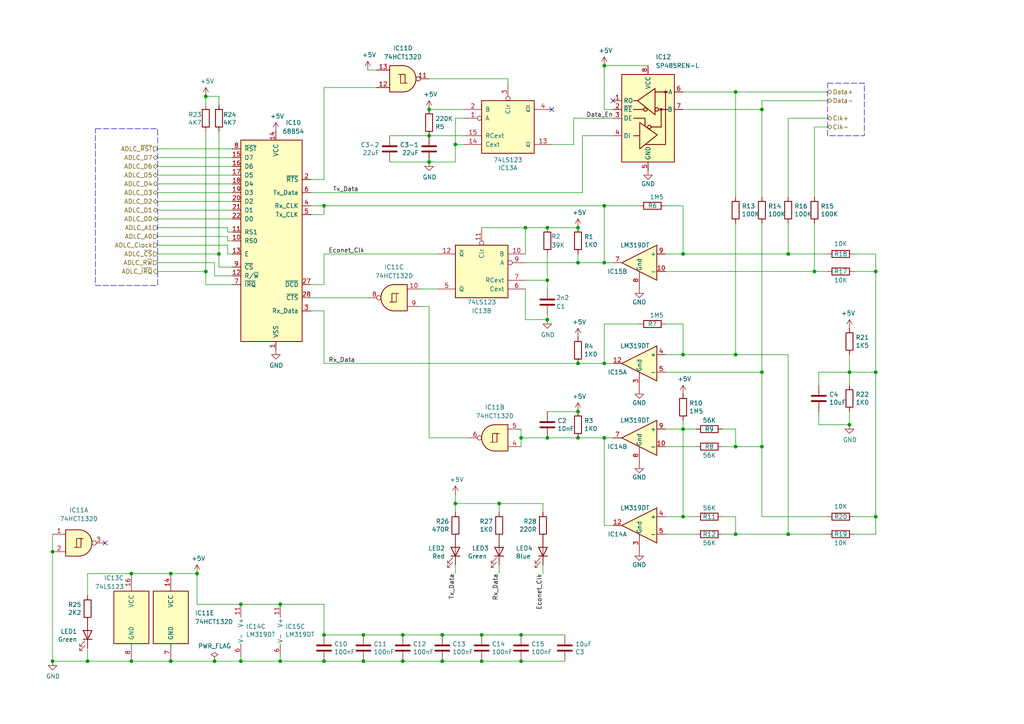
<source format=kicad_sch>
(kicad_sch (version 20250114) (generator "eeschema") (generator_version "9.0")
  (paper "A4")
  (title_block (title "Integrated Econet Adaptor for Model B - Issue 4 & 7") (date "2025-03-21") (rev "01") (company "Ken Lowe") (comment 1 "Rev 01: First revision"))
  (lib_symbols
    (symbol "74xx:74LS132" (pin_names (offset 1.016))
      (property "Reference" "U" (at 0 1.27 0))
      (property "Value" "74LS132" (at 0 -1.27 0))
      (symbol "74LS132_1_1"
        (pin input line (at -7.62 2.54 0) (length 3.81) (name "~") (number "1"))
        (pin input line (at -7.62 -2.54 0) (length 3.81) (name "~") (number "2"))
        (pin output inverted (at 7.62 0 180) (length 3.81) (name "~") (number "3"))
      )
      (symbol "74LS132_1_2"
        (pin input inverted (at -7.62 2.54 0) (length 4.318) (name "~") (number "1"))
        (pin input inverted (at -7.62 -2.54 0) (length 4.318) (name "~") (number "2"))
        (pin output line (at 7.62 0 180) (length 3.81) (name "~") (number "3"))
      )
      (symbol "74LS132_2_1"
        (pin input line (at -7.62 2.54 0) (length 3.81) (name "~") (number "4"))
        (pin input line (at -7.62 -2.54 0) (length 3.81) (name "~") (number "5"))
        (pin output inverted (at 7.62 0 180) (length 3.81) (name "~") (number "6"))
      )
      (symbol "74LS132_2_2"
        (pin input inverted (at -7.62 2.54 0) (length 4.318) (name "~") (number "4"))
        (pin input inverted (at -7.62 -2.54 0) (length 4.318) (name "~") (number "5"))
        (pin output line (at 7.62 0 180) (length 3.81) (name "~") (number "6"))
      )
      (symbol "74LS132_3_1"
        (pin input line (at -7.62 2.54 0) (length 3.81) (name "~") (number "9"))
        (pin input line (at -7.62 -2.54 0) (length 3.81) (name "~") (number "10"))
        (pin output inverted (at 7.62 0 180) (length 3.81) (name "~") (number "8"))
      )
      (symbol "74LS132_3_2"
        (pin input inverted (at -7.62 2.54 0) (length 4.318) (name "~") (number "9"))
        (pin input inverted (at -7.62 -2.54 0) (length 4.318) (name "~") (number "10"))
        (pin output line (at 7.62 0 180) (length 3.81) (name "~") (number "8"))
      )
      (symbol "74LS132_4_1"
        (pin input line (at -7.62 2.54 0) (length 3.81) (name "~") (number "12"))
        (pin input line (at -7.62 -2.54 0) (length 3.81) (name "~") (number "13"))
        (pin output inverted (at 7.62 0 180) (length 3.81) (name "~") (number "11"))
      )
      (symbol "74LS132_4_2"
        (pin input inverted (at -7.62 2.54 0) (length 4.318) (name "~") (number "12"))
        (pin input inverted (at -7.62 -2.54 0) (length 4.318) (name "~") (number "13"))
        (pin output line (at 7.62 0 180) (length 3.81) (name "~") (number "11"))
      )
      (symbol "74LS132_5_0"
        (pin power_in line (at 0 12.7 270) (length 5.08) (name "VCC") (number "14"))
        (pin power_in line (at 0 -12.7 90) (length 5.08) (name "GND") (number "7"))
      )
    )
    (symbol "Device:C" (pin_numbers (hide yes)) (pin_names (offset 0.254))
      (property "Reference" "C" (at 0.635 2.54 0))
      (property "Value" "C" (at 0.635 -2.54 0))
      (symbol "C_1_1"
        (pin passive line (at 0 3.81 270) (length 2.794) (name "~") (number "1"))
        (pin passive line (at 0 -3.81 90) (length 2.794) (name "~") (number "2"))
      )
    )
    (symbol "Device:LED" (pin_numbers (hide yes)) (pin_names (offset 1.016) (hide yes))
      (property "Reference" "D" (at 0 2.54 0))
      (property "Value" "LED" (at 0 -2.54 0))
      (symbol "LED_1_1"
        (pin passive line (at -3.81 0 0) (length 2.54) (name "K") (number "1"))
        (pin passive line (at 3.81 0 180) (length 2.54) (name "A") (number "2"))
      )
    )
    (symbol "Device:R" (pin_numbers (hide yes)) (pin_names (offset 0))
      (property "Reference" "R" (at 2.032 0 90))
      (property "Value" "R" (at 0 0 90))
      (symbol "R_1_1"
        (pin passive line (at 0 3.81 270) (length 1.27) (name "~") (number "1"))
        (pin passive line (at 0 -3.81 90) (length 1.27) (name "~") (number "2"))
      )
    )
    (symbol "EconetModule:74LS123" (pin_names (offset 1.016))
      (property "Reference" "U" (at -7.62 8.89 0))
      (property "Value" "74LS123" (at -7.62 -8.89 0))
      (symbol "74LS123_1_0"
        (pin input line (at -12.7 5.08 0) (length 5.08) (name "Cext") (number "14"))
        (pin input line (at -12.7 2.54 0) (length 5.08) (name "RCext") (number "15"))
        (pin input inverted (at -12.7 -2.54 0) (length 5.08) (name "A") (number "1"))
        (pin input line (at -12.7 -5.08 0) (length 5.08) (name "B") (number "2"))
        (pin input inverted (at 0 -12.7 90) (length 5.08) (name "Clr") (number "3"))
        (pin output line (at 12.7 5.08 180) (length 5.08) (name "Q") (number "13"))
        (pin output line (at 12.7 -5.08 180) (length 5.08) (name "~{Q}") (number "4"))
      )
      (symbol "74LS123_2_0"
        (pin input line (at -12.7 5.08 0) (length 5.08) (name "Cext") (number "6"))
        (pin input line (at -12.7 2.54 0) (length 5.08) (name "RCext") (number "7"))
        (pin input inverted (at -12.7 -2.54 0) (length 5.08) (name "A") (number "9"))
        (pin input line (at -12.7 -5.08 0) (length 5.08) (name "B") (number "10"))
        (pin input inverted (at 0 -12.7 90) (length 5.08) (name "Clr") (number "11"))
        (pin output line (at 12.7 5.08 180) (length 5.08) (name "Q") (number "5"))
        (pin output line (at 12.7 -5.08 180) (length 5.08) (name "~{Q}") (number "12"))
      )
      (symbol "74LS123_3_0"
        (pin power_in line (at 0 12.7 270) (length 5.08) (name "VCC") (number "16"))
        (pin power_in line (at 0 -12.7 90) (length 5.08) (name "GND") (number "8"))
      )
    )
    (symbol "EconetModule:LM319" (pin_names (offset 0.127))
      (property "Reference" "U" (at 0 6.35 0))
      (property "Value" "LM319" (at 0 3.81 0))
      (symbol "LM319_1_1"
        (pin input line (at -7.62 2.54 0) (length 2.54) (name "+") (number "4"))
        (pin input line (at -7.62 -2.54 0) (length 2.54) (name "-") (number "5"))
        (pin no_connect line (at 0 2.54 270) (length 2.54) (hide yes) (name "NC") (number "2"))
        (pin no_connect line (at 0 -2.54 90) (length 2.54) (hide yes) (name "NC") (number "1"))
        (pin passive line (at 0 -7.62 90) (length 5.08) (name "Gnd") (number "3"))
        (pin open_collector line (at 7.62 0 180) (length 2.54) (name "~") (number "12"))
      )
      (symbol "LM319_2_1"
        (pin input line (at -7.62 2.54 0) (length 2.54) (name "+") (number "9"))
        (pin input line (at -7.62 -2.54 0) (length 2.54) (name "-") (number "10"))
        (pin no_connect line (at 0 2.54 270) (length 2.54) (hide yes) (name "NC") (number "14"))
        (pin no_connect line (at 0 -2.54 90) (length 2.54) (hide yes) (name "NC") (number "13"))
        (pin passive line (at 0 -7.62 90) (length 5.08) (name "Gnd") (number "8"))
        (pin open_collector line (at 7.62 0 180) (length 2.54) (name "~") (number "7"))
      )
      (symbol "LM319_3_1"
        (pin power_in line (at -2.54 7.62 270) (length 3.81) (name "V+") (number "11"))
        (pin power_in line (at -2.54 -7.62 90) (length 3.81) (name "V-") (number "6"))
      )
    )
    (symbol "EconetModule:MC6854" (pin_names (offset 1.016))
      (property "Reference" "U" (at -7.366 31.75 0))
      (property "Value" "MC6854" (at 10.414 31.75 0))
      (symbol "MC6854_1_1"
        (pin input line (at -12.7 27.94 0) (length 2.54) (name "~{RST}") (number "8"))
        (pin bidirectional line (at -12.7 25.4 0) (length 2.54) (name "D7") (number "15"))
        (pin bidirectional line (at -12.7 22.86 0) (length 2.54) (name "D6") (number "16"))
        (pin bidirectional line (at -12.7 20.32 0) (length 2.54) (name "D5") (number "17"))
        (pin bidirectional line (at -12.7 17.78 0) (length 2.54) (name "D4") (number "18"))
        (pin bidirectional line (at -12.7 15.24 0) (length 2.54) (name "D3") (number "19"))
        (pin bidirectional line (at -12.7 12.7 0) (length 2.54) (name "D2") (number "20"))
        (pin bidirectional line (at -12.7 10.16 0) (length 2.54) (name "D1") (number "21"))
        (pin bidirectional line (at -12.7 7.62 0) (length 2.54) (name "D0") (number "22"))
        (pin input line (at -12.7 3.81 0) (length 2.54) (name "RS1") (number "11"))
        (pin input line (at -12.7 1.27 0) (length 2.54) (name "RS0") (number "10"))
        (pin input line (at -12.7 -2.54 0) (length 2.54) (name "E") (number "13"))
        (pin input line (at -12.7 -6.35 0) (length 2.54) (name "~{CS}") (number "9"))
        (pin input line (at -12.7 -8.89 0) (length 2.54) (name "R/~{W}") (number "12"))
        (pin output line (at -12.7 -11.43 0) (length 2.54) (name "~{IRQ}") (number "7"))
        (pin no_connect line (at -12.7 -15.24 0) (length 2.54) (hide yes) (name "N/C") (number "23"))
        (pin no_connect line (at -12.7 -17.78 0) (length 2.54) (hide yes) (name "N/C") (number "24"))
        (pin no_connect line (at -12.7 -20.32 0) (length 2.54) (hide yes) (name "N/C") (number "25"))
        (pin no_connect line (at -12.7 -22.86 0) (length 2.54) (hide yes) (name "N/C") (number "26"))
        (pin power_in line (at 0 33.02 270) (length 2.54) (name "VCC") (number "14"))
        (pin power_in line (at 0 -30.48 90) (length 2.54) (name "VSS") (number "1"))
        (pin output line (at 10.16 19.05 180) (length 2.54) (name "~{RTS}") (number "2"))
        (pin output line (at 10.16 15.24 180) (length 2.54) (name "Tx_Data") (number "6"))
        (pin input line (at 10.16 11.43 180) (length 2.54) (name "Rx_CLK") (number "4"))
        (pin input line (at 10.16 8.89 180) (length 2.54) (name "Tx_CLK") (number "5"))
        (pin input line (at 10.16 -11.43 180) (length 2.54) (name "~{DCD}") (number "27"))
        (pin input line (at 10.16 -15.24 180) (length 2.54) (name "~{CTS}") (number "28"))
        (pin input line (at 10.16 -19.05 180) (length 2.54) (name "Rx_Data") (number "3"))
      )
    )
    (symbol "Interface_UART:LTC2850xS8"
      (property "Reference" "U" (at -6.985 13.97 0))
      (property "Value" "LTC2850xS8" (at 7.62 13.97 0))
      (symbol "LTC2850xS8_1_1"
        (pin output line (at -10.16 5.08 0) (length 2.54) (name "RO") (number "1"))
        (pin input line (at -10.16 2.54 0) (length 2.54) (name "~{RE}") (number "2"))
        (pin input line (at -10.16 0 0) (length 2.54) (name "DE") (number "3"))
        (pin input line (at -10.16 -5.08 0) (length 2.54) (name "DI") (number "4"))
        (pin power_in line (at 0 15.24 270) (length 2.54) (name "VCC") (number "8"))
        (pin power_in line (at 0 -15.24 90) (length 2.54) (name "GND") (number "5"))
        (pin bidirectional line (at 10.16 7.62 180) (length 2.54) (name "A") (number "6"))
        (pin bidirectional line (at 10.16 2.54 180) (length 2.54) (name "B") (number "7"))
      )
    )
    (symbol "power:+5V" (power) (pin_numbers (hide yes)) (pin_names (offset 0) (hide yes))
      (property "Value" "+5V" (at 0 3.556 0))
      (symbol "+5V_1_1"
        (pin power_in line (at 0 0 90) (length 0) (name "~") (number "1"))
      )
    )
    (symbol "power:GND" (power) (pin_numbers (hide yes)) (pin_names (offset 0) (hide yes))
      (property "Value" "GND" (at 0 -3.81 0))
      (symbol "GND_1_1"
        (pin power_in line (at 0 0 270) (length 0) (name "~") (number "1"))
      )
    )
    (symbol "power:PWR_FLAG" (power) (pin_numbers (hide yes)) (pin_names (offset 0) (hide yes))
      (property "Value" "PWR_FLAG" (at 0 3.81 0))
      (symbol "PWR_FLAG_0_0"
        (pin power_out line (at 0 0 90) (length 0) (name "~") (number "1"))
      )
    )
  )
  (rectangle (start 240.03 24.13) (end 250.698 39.37) (stroke (width 0) (type dash)))
  (rectangle (start 27.686 37.338) (end 45.72 82.804) (stroke (width 0) (type dash)))
  (junction (at 198.12 73.66))
  (junction (at 175.26 76.2))
  (junction (at 15.24 191.77))
  (junction (at 158.75 92.71))
  (junction (at 93.98 59.69))
  (junction (at 81.28 175.26))
  (junction (at 105.41 191.77))
  (junction (at 69.85 191.77))
  (junction (at 158.75 66.04))
  (junction (at 59.69 78.74))
  (junction (at 25.4 191.77))
  (junction (at 152.4 66.04))
  (junction (at 213.36 26.67))
  (junction (at 132.08 146.05))
  (junction (at 49.53 191.77))
  (junction (at 49.53 166.37))
  (junction (at 167.64 119.38))
  (junction (at 93.98 184.15))
  (junction (at 236.22 78.74))
  (junction (at 213.36 102.87))
  (junction (at 69.85 175.26))
  (junction (at 228.6 73.66))
  (junction (at 124.46 46.99))
  (junction (at 139.7 184.15))
  (junction (at 81.28 191.77))
  (junction (at 246.38 123.19))
  (junction (at 220.98 129.54))
  (junction (at 213.36 129.54))
  (junction (at 220.98 107.95))
  (junction (at 158.75 81.28))
  (junction (at 63.5 73.66))
  (junction (at 254 107.95))
  (junction (at 128.27 184.15))
  (junction (at 254 78.74))
  (junction (at 57.15 166.37))
  (junction (at 132.08 41.91))
  (junction (at 151.13 127))
  (junction (at 220.98 31.75))
  (junction (at 62.23 191.77))
  (junction (at 139.7 191.77))
  (junction (at 158.75 127))
  (junction (at 124.46 39.37))
  (junction (at 175.26 105.41))
  (junction (at 246.38 107.95))
  (junction (at 38.1 191.77))
  (junction (at 175.26 59.69))
  (junction (at 167.64 105.41))
  (junction (at 175.26 19.05))
  (junction (at 167.64 76.2))
  (junction (at 167.64 66.04))
  (junction (at 198.12 102.87))
  (junction (at 144.78 146.05))
  (junction (at 38.1 166.37))
  (junction (at 254 149.86))
  (junction (at 105.41 184.15))
  (junction (at 167.64 127))
  (junction (at 151.13 191.77))
  (junction (at 15.24 160.02))
  (junction (at 198.12 149.86))
  (junction (at 198.12 124.46))
  (junction (at 213.36 154.94))
  (junction (at 124.46 31.75))
  (junction (at 116.84 191.77))
  (junction (at 228.6 154.94))
  (junction (at 175.26 127))
  (junction (at 59.69 27.94))
  (junction (at 128.27 191.77))
  (junction (at 116.84 184.15))
  (junction (at 151.13 184.15))
  (junction (at 93.98 191.77))
  (no_connect (at 160.02 31.75))
  (no_connect (at 30.48 157.48))
  (no_connect (at 177.8 29.21))
  (wire (pts (xy 121.92 83.82) (xy 127 83.82)))
  (wire (pts (xy 132.08 46.99) (xy 132.08 41.91)))
  (wire (pts (xy 90.17 55.88) (xy 168.91 55.88)))
  (wire (pts (xy 175.26 127) (xy 175.26 152.4)))
  (wire (pts (xy 45.72 45.72) (xy 67.31 45.72)))
  (wire (pts (xy 144.78 148.59) (xy 144.78 146.05)))
  (wire (pts (xy 81.28 175.26) (xy 93.98 175.26)))
  (wire (pts (xy 59.69 30.48) (xy 59.69 27.94)))
  (wire (pts (xy 152.4 81.28) (xy 158.75 81.28)))
  (wire (pts (xy 254 149.86) (xy 254 154.94)))
  (wire (pts (xy 116.84 191.77) (xy 128.27 191.77)))
  (wire (pts (xy 152.4 66.04) (xy 139.7 66.04)))
  (wire (pts (xy 93.98 62.23) (xy 90.17 62.23)))
  (wire (pts (xy 185.42 59.69) (xy 175.26 59.69)))
  (wire (pts (xy 121.92 88.9) (xy 124.46 88.9)))
  (wire (pts (xy 158.75 92.71) (xy 158.75 91.44)))
  (wire (pts (xy 157.48 148.59) (xy 157.48 146.05)))
  (wire (pts (xy 175.26 93.98) (xy 175.26 105.41)))
  (wire (pts (xy 167.64 105.41) (xy 175.26 105.41)))
  (wire (pts (xy 236.22 36.83) (xy 240.03 36.83)))
  (wire (pts (xy 213.36 154.94) (xy 228.6 154.94)))
  (wire (pts (xy 45.72 78.74) (xy 59.69 78.74)))
  (wire (pts (xy 59.69 38.1) (xy 59.69 78.74)))
  (wire (pts (xy 139.7 184.15) (xy 151.13 184.15)))
  (wire (pts (xy 135.89 127) (xy 124.46 127)))
  (wire (pts (xy 254 107.95) (xy 246.38 107.95)))
  (wire (pts (xy 147.32 22.86) (xy 147.32 24.13)))
  (wire (pts (xy 113.03 46.99) (xy 124.46 46.99)))
  (wire (pts (xy 57.15 175.26) (xy 69.85 175.26)))
  (wire (pts (xy 175.26 105.41) (xy 177.8 105.41)))
  (wire (pts (xy 57.15 166.37) (xy 57.15 175.26)))
  (wire (pts (xy 38.1 191.77) (xy 49.53 191.77)))
  (wire (pts (xy 25.4 166.37) (xy 25.4 172.72)))
  (wire (pts (xy 228.6 102.87) (xy 228.6 154.94)))
  (wire (pts (xy 63.5 27.94) (xy 59.69 27.94)))
  (wire (pts (xy 193.04 59.69) (xy 198.12 59.69)))
  (wire (pts (xy 45.72 43.18) (xy 67.31 43.18)))
  (wire (pts (xy 158.75 81.28) (xy 158.75 73.66)))
  (wire (pts (xy 38.1 166.37) (xy 25.4 166.37)))
  (wire (pts (xy 113.03 39.37) (xy 124.46 39.37)))
  (wire (pts (xy 128.27 191.77) (xy 139.7 191.77)))
  (wire (pts (xy 63.5 77.47) (xy 67.31 77.47)))
  (wire (pts (xy 132.08 163.83) (xy 132.08 166.37)))
  (wire (pts (xy 132.08 148.59) (xy 132.08 146.05)))
  (wire (pts (xy 177.8 34.29) (xy 166.37 34.29)))
  (wire (pts (xy 157.48 163.83) (xy 157.48 166.37)))
  (wire (pts (xy 237.49 119.38) (xy 237.49 123.19)))
  (wire (pts (xy 158.75 66.04) (xy 167.64 66.04)))
  (wire (pts (xy 93.98 105.41) (xy 167.64 105.41)))
  (wire (pts (xy 167.64 127) (xy 175.26 127)))
  (wire (pts (xy 193.04 124.46) (xy 198.12 124.46)))
  (wire (pts (xy 93.98 59.69) (xy 93.98 62.23)))
  (wire (pts (xy 81.28 191.77) (xy 93.98 191.77)))
  (wire (pts (xy 175.26 31.75) (xy 177.8 31.75)))
  (wire (pts (xy 213.36 149.86) (xy 213.36 154.94)))
  (wire (pts (xy 220.98 149.86) (xy 240.03 149.86)))
  (wire (pts (xy 198.12 93.98) (xy 198.12 102.87)))
  (wire (pts (xy 193.04 154.94) (xy 201.93 154.94)))
  (wire (pts (xy 144.78 146.05) (xy 157.48 146.05)))
  (wire (pts (xy 175.26 127) (xy 177.8 127)))
  (wire (pts (xy 254 73.66) (xy 254 78.74)))
  (wire (pts (xy 134.62 31.75) (xy 124.46 31.75)))
  (wire (pts (xy 45.72 58.42) (xy 67.31 58.42)))
  (wire (pts (xy 66.04 71.12) (xy 66.04 73.66)))
  (wire (pts (xy 45.72 71.12) (xy 66.04 71.12)))
  (wire (pts (xy 124.46 88.9) (xy 124.46 127)))
  (wire (pts (xy 158.75 127) (xy 167.64 127)))
  (wire (pts (xy 38.1 166.37) (xy 49.53 166.37)))
  (wire (pts (xy 139.7 191.77) (xy 151.13 191.77)))
  (wire (pts (xy 93.98 73.66) (xy 93.98 82.55)))
  (wire (pts (xy 90.17 82.55) (xy 93.98 82.55)))
  (wire (pts (xy 128.27 184.15) (xy 139.7 184.15)))
  (wire (pts (xy 132.08 146.05) (xy 132.08 143.51)))
  (wire (pts (xy 209.55 154.94) (xy 213.36 154.94)))
  (wire (pts (xy 81.28 190.5) (xy 81.28 191.77)))
  (wire (pts (xy 116.84 184.15) (xy 128.27 184.15)))
  (wire (pts (xy 93.98 191.77) (xy 105.41 191.77)))
  (wire (pts (xy 213.36 26.67) (xy 213.36 57.15)))
  (wire (pts (xy 144.78 163.83) (xy 144.78 166.37)))
  (wire (pts (xy 62.23 191.77) (xy 69.85 191.77)))
  (wire (pts (xy 167.64 73.66) (xy 167.64 76.2)))
  (wire (pts (xy 193.04 102.87) (xy 198.12 102.87)))
  (wire (pts (xy 198.12 31.75) (xy 220.98 31.75)))
  (wire (pts (xy 106.68 20.32) (xy 109.22 20.32)))
  (wire (pts (xy 45.72 53.34) (xy 67.31 53.34)))
  (wire (pts (xy 246.38 111.76) (xy 246.38 107.95)))
  (wire (pts (xy 151.13 127) (xy 158.75 127)))
  (wire (pts (xy 152.4 92.71) (xy 158.75 92.71)))
  (wire (pts (xy 132.08 34.29) (xy 134.62 34.29)))
  (wire (pts (xy 213.36 102.87) (xy 228.6 102.87)))
  (wire (pts (xy 124.46 39.37) (xy 134.62 39.37)))
  (wire (pts (xy 167.64 76.2) (xy 175.26 76.2)))
  (wire (pts (xy 228.6 73.66) (xy 240.03 73.66)))
  (wire (pts (xy 209.55 124.46) (xy 213.36 124.46)))
  (wire (pts (xy 209.55 149.86) (xy 213.36 149.86)))
  (wire (pts (xy 63.5 30.48) (xy 63.5 27.94)))
  (wire (pts (xy 132.08 41.91) (xy 134.62 41.91)))
  (wire (pts (xy 158.75 119.38) (xy 167.64 119.38)))
  (wire (pts (xy 124.46 22.86) (xy 147.32 22.86)))
  (wire (pts (xy 228.6 34.29) (xy 228.6 57.15)))
  (wire (pts (xy 168.91 39.37) (xy 168.91 55.88)))
  (wire (pts (xy 15.24 154.94) (xy 15.24 160.02)))
  (wire (pts (xy 198.12 149.86) (xy 201.93 149.86)))
  (wire (pts (xy 220.98 29.21) (xy 240.03 29.21)))
  (wire (pts (xy 90.17 52.07) (xy 93.98 52.07)))
  (wire (pts (xy 63.5 38.1) (xy 63.5 73.66)))
  (wire (pts (xy 45.72 66.04) (xy 66.04 66.04)))
  (wire (pts (xy 105.41 191.77) (xy 116.84 191.77)))
  (wire (pts (xy 93.98 59.69) (xy 175.26 59.69)))
  (wire (pts (xy 69.85 191.77) (xy 69.85 190.5)))
  (wire (pts (xy 209.55 129.54) (xy 213.36 129.54)))
  (wire (pts (xy 25.4 191.77) (xy 15.24 191.77)))
  (wire (pts (xy 151.13 191.77) (xy 163.83 191.77)))
  (wire (pts (xy 105.41 184.15) (xy 116.84 184.15)))
  (wire (pts (xy 220.98 64.77) (xy 220.98 107.95)))
  (wire (pts (xy 66.04 66.04) (xy 66.04 67.31)))
  (wire (pts (xy 49.53 191.77) (xy 62.23 191.77)))
  (wire (pts (xy 213.36 124.46) (xy 213.36 129.54)))
  (wire (pts (xy 220.98 129.54) (xy 220.98 149.86)))
  (wire (pts (xy 90.17 86.36) (xy 106.68 86.36)))
  (wire (pts (xy 220.98 29.21) (xy 220.98 31.75)))
  (wire (pts (xy 175.26 59.69) (xy 175.26 76.2)))
  (wire (pts (xy 152.4 76.2) (xy 167.64 76.2)))
  (wire (pts (xy 66.04 68.58) (xy 66.04 69.85)))
  (wire (pts (xy 151.13 127) (xy 151.13 129.54)))
  (wire (pts (xy 93.98 184.15) (xy 105.41 184.15)))
  (wire (pts (xy 247.65 154.94) (xy 254 154.94)))
  (wire (pts (xy 247.65 78.74) (xy 254 78.74)))
  (wire (pts (xy 220.98 107.95) (xy 220.98 129.54)))
  (wire (pts (xy 236.22 78.74) (xy 240.03 78.74)))
  (wire (pts (xy 198.12 102.87) (xy 213.36 102.87)))
  (wire (pts (xy 45.72 48.26) (xy 67.31 48.26)))
  (wire (pts (xy 254 78.74) (xy 254 107.95)))
  (wire (pts (xy 246.38 102.87) (xy 246.38 107.95)))
  (wire (pts (xy 254 73.66) (xy 247.65 73.66)))
  (wire (pts (xy 62.23 80.01) (xy 67.31 80.01)))
  (wire (pts (xy 198.12 121.92) (xy 198.12 124.46)))
  (wire (pts (xy 38.1 191.77) (xy 25.4 191.77)))
  (wire (pts (xy 25.4 191.77) (xy 25.4 187.96)))
  (wire (pts (xy 151.13 184.15) (xy 163.83 184.15)))
  (wire (pts (xy 93.98 90.17) (xy 93.98 105.41)))
  (wire (pts (xy 152.4 73.66) (xy 152.4 66.04)))
  (wire (pts (xy 198.12 73.66) (xy 228.6 73.66)))
  (wire (pts (xy 151.13 124.46) (xy 151.13 127)))
  (wire (pts (xy 45.72 73.66) (xy 63.5 73.66)))
  (wire (pts (xy 132.08 146.05) (xy 144.78 146.05)))
  (wire (pts (xy 247.65 149.86) (xy 254 149.86)))
  (wire (pts (xy 66.04 67.31) (xy 67.31 67.31)))
  (wire (pts (xy 45.72 76.2) (xy 62.23 76.2)))
  (wire (pts (xy 175.26 93.98) (xy 185.42 93.98)))
  (wire (pts (xy 93.98 175.26) (xy 93.98 184.15)))
  (wire (pts (xy 246.38 123.19) (xy 246.38 119.38)))
  (wire (pts (xy 45.72 60.96) (xy 67.31 60.96)))
  (wire (pts (xy 213.36 64.77) (xy 213.36 102.87)))
  (wire (pts (xy 168.91 39.37) (xy 177.8 39.37)))
  (wire (pts (xy 45.72 55.88) (xy 67.31 55.88)))
  (wire (pts (xy 49.53 166.37) (xy 57.15 166.37)))
  (wire (pts (xy 45.72 50.8) (xy 67.31 50.8)))
  (wire (pts (xy 166.37 34.29) (xy 166.37 41.91)))
  (wire (pts (xy 193.04 73.66) (xy 198.12 73.66)))
  (wire (pts (xy 45.72 68.58) (xy 66.04 68.58)))
  (wire (pts (xy 213.36 26.67) (xy 240.03 26.67)))
  (wire (pts (xy 193.04 78.74) (xy 236.22 78.74)))
  (wire (pts (xy 228.6 154.94) (xy 240.03 154.94)))
  (wire (pts (xy 127 73.66) (xy 93.98 73.66)))
  (wire (pts (xy 193.04 93.98) (xy 198.12 93.98)))
  (wire (pts (xy 236.22 64.77) (xy 236.22 78.74)))
  (wire (pts (xy 213.36 129.54) (xy 220.98 129.54)))
  (wire (pts (xy 237.49 123.19) (xy 246.38 123.19)))
  (wire (pts (xy 15.24 160.02) (xy 15.24 191.77)))
  (wire (pts (xy 175.26 19.05) (xy 187.96 19.05)))
  (wire (pts (xy 90.17 90.17) (xy 93.98 90.17)))
  (wire (pts (xy 193.04 149.86) (xy 198.12 149.86)))
  (wire (pts (xy 198.12 124.46) (xy 201.93 124.46)))
  (wire (pts (xy 66.04 69.85) (xy 67.31 69.85)))
  (wire (pts (xy 254 107.95) (xy 254 149.86)))
  (wire (pts (xy 175.26 19.05) (xy 175.26 31.75)))
  (wire (pts (xy 152.4 83.82) (xy 152.4 92.71)))
  (wire (pts (xy 90.17 59.69) (xy 93.98 59.69)))
  (wire (pts (xy 66.04 73.66) (xy 67.31 73.66)))
  (wire (pts (xy 109.22 25.4) (xy 93.98 25.4)))
  (wire (pts (xy 236.22 36.83) (xy 236.22 57.15)))
  (wire (pts (xy 193.04 107.95) (xy 220.98 107.95)))
  (wire (pts (xy 124.46 46.99) (xy 132.08 46.99)))
  (wire (pts (xy 198.12 59.69) (xy 198.12 73.66)))
  (wire (pts (xy 220.98 31.75) (xy 220.98 57.15)))
  (wire (pts (xy 198.12 26.67) (xy 213.36 26.67)))
  (wire (pts (xy 175.26 152.4) (xy 177.8 152.4)))
  (wire (pts (xy 63.5 73.66) (xy 63.5 77.47)))
  (wire (pts (xy 81.28 191.77) (xy 69.85 191.77)))
  (wire (pts (xy 228.6 34.29) (xy 240.03 34.29)))
  (wire (pts (xy 59.69 78.74) (xy 59.69 82.55)))
  (wire (pts (xy 228.6 64.77) (xy 228.6 73.66)))
  (wire (pts (xy 62.23 76.2) (xy 62.23 80.01)))
  (wire (pts (xy 59.69 82.55) (xy 67.31 82.55)))
  (wire (pts (xy 132.08 34.29) (xy 132.08 41.91)))
  (wire (pts (xy 166.37 41.91) (xy 160.02 41.91)))
  (wire (pts (xy 93.98 25.4) (xy 93.98 52.07)))
  (wire (pts (xy 193.04 129.54) (xy 201.93 129.54)))
  (wire (pts (xy 45.72 63.5) (xy 67.31 63.5)))
  (wire (pts (xy 158.75 83.82) (xy 158.75 81.28)))
  (wire (pts (xy 152.4 66.04) (xy 158.75 66.04)))
  (wire (pts (xy 237.49 107.95) (xy 246.38 107.95)))
  (wire (pts (xy 237.49 111.76) (xy 237.49 107.95)))
  (wire (pts (xy 175.26 76.2) (xy 177.8 76.2)))
  (wire (pts (xy 198.12 124.46) (xy 198.12 149.86)))
  (wire (pts (xy 81.28 175.26) (xy 69.85 175.26)))
  (label "Data_En" (at 177.8 34.29 180))
  (label "Rx_Data" (at 95.25 105.41 0))
  (label "Econet_Clk" (at 95.25 73.66 0))
  (label "Econet_Clk" (at 157.48 166.37 270))
  (label "Rx_Data" (at 144.78 166.37 270))
  (label "Tx_Data" (at 96.52 55.88 0))
  (label "Tx_Data" (at 132.08 166.37 270))
  (hierarchical_label "Data-" (shape bidirectional) (at 240.03 29.21 0))
  (hierarchical_label "Data+" (shape bidirectional) (at 240.03 26.67 0))
  (hierarchical_label "ADLC_D7" (shape bidirectional) (at 45.72 45.72 180))
  (hierarchical_label "ADLC_Clock" (shape input) (at 45.72 71.12 180))
  (hierarchical_label "ADLC_D5" (shape bidirectional) (at 45.72 50.8 180))
  (hierarchical_label "ADLC_D2" (shape bidirectional) (at 45.72 58.42 180))
  (hierarchical_label "ADLC_A0" (shape input) (at 45.72 68.58 180))
  (hierarchical_label "ADLC_~{RST}" (shape input) (at 45.72 43.18 180))
  (hierarchical_label "ADLC_D4" (shape bidirectional) (at 45.72 53.34 180))
  (hierarchical_label "ADLC_D0" (shape bidirectional) (at 45.72 63.5 180))
  (hierarchical_label "ADLC_A1" (shape input) (at 45.72 66.04 180))
  (hierarchical_label "ADLC_~{CS}" (shape input) (at 45.72 73.66 180))
  (hierarchical_label "Clk+" (shape bidirectional) (at 240.03 34.29 0))
  (hierarchical_label "ADLC_~{IRQ}" (shape output) (at 45.72 78.74 180))
  (hierarchical_label "ADLC_R~{W}" (shape input) (at 45.72 76.2 180))
  (hierarchical_label "ADLC_D1" (shape bidirectional) (at 45.72 60.96 180))
  (hierarchical_label "Clk-" (shape bidirectional) (at 240.03 36.83 0))
  (hierarchical_label "ADLC_D6" (shape bidirectional) (at 45.72 48.26 180))
  (hierarchical_label "ADLC_D3" (shape bidirectional) (at 45.72 55.88 180))
  (symbol (lib_id "EconetModule:LM319") (at 83.82 182.88 0) (unit 3)
    (property "Reference" "IC15" (at 82.7532 181.7116 0) (effects (justify left)))
    (property "Value" "LM319DT" (at 82.7532 184.023 0) (effects (justify left)))
    (property "Footprint" "Package_SO:SOIC-14_3.9x8.7mm_P1.27mm" (effects (hide yes)))
    (property "Datasheet" "https://jlcpcb.com/api/file/downloadByFileSystemAccessId/8586194114932559872" (effects (hide yes)))
    (property "Description" "High Speed Dual Comparator, DIP-14/SOIC-14" (effects (hide yes)))
    (property "JLC Part Number" "C143241" (effects (hide yes)))
  )
  (symbol (lib_id "EconetModule:74LS123") (at 38.1 179.07 0) (mirror y) (unit 3)
    (property "Reference" "IC13" (at 33.02 167.64 0))
    (property "Value" "74LS123" (at 31.75 170.18 0))
    (property "Footprint" "Package_SO:SOIC-16_3.9x9.9mm_P1.27mm" (effects (hide yes)))
    (property "Datasheet" "http://www.ti.com/lit/gpn/sn74LS123" (effects (hide yes)))
    (property "Description" "Dual retriggerable Monostable" (effects (hide yes)))
    (property "JLC Part Number" "C234231" (effects (hide yes)))
  )
  (symbol (lib_id "EconetModule:MC6854") (at 80.01 71.12 0) (unit 1)
    (property "Reference" "IC10" (at 85.09 35.56 0))
    (property "Value" "68B54" (at 85.09 38.1 0))
    (property "Footprint" "Package_DIP:DIP-28_W15.24mm" (effects (hide yes)))
    (property "Description" "Asynchronous Communications Interface Adapter 1MHz, DIP-28" (effects (hide yes)))
  )
  (symbol (lib_id "EconetModule:LM319") (at 72.39 182.88 0) (unit 3)
    (property "Reference" "IC14" (at 71.3232 181.7116 0) (effects (justify left)))
    (property "Value" "LM319DT" (at 71.3232 184.023 0) (effects (justify left)))
    (property "Footprint" "Package_SO:SOIC-14_3.9x8.7mm_P1.27mm" (effects (hide yes)))
    (property "Datasheet" "https://jlcpcb.com/api/file/downloadByFileSystemAccessId/8586194114932559872" (effects (hide yes)))
    (property "Description" "High Speed Dual Comparator, DIP-14/SOIC-14" (effects (hide yes)))
    (property "JLC Part Number" "C143241" (effects (hide yes)))
  )
  (symbol (lib_id "power:GND") (at 15.24 191.77 0) (unit 1)
    (property "Reference" "#PWR0122" (effects (hide yes)))
    (property "Value" "GND" (at 15.367 196.1642 0))
    (property "Description" "Power symbol creates a global label with name \"GND\" , ground" (effects (hide yes)))
  )
  (symbol (lib_id "power:+5V") (at 132.08 143.51 0) (unit 1)
    (property "Reference" "#PWR0123" (effects (hide yes)))
    (property "Value" "+5V" (at 132.461 139.1158 0))
    (property "Description" "Power symbol creates a global label with name \"+5V\"" (effects (hide yes)))
  )
  (symbol (lib_id "EconetModule:LM319") (at 185.42 105.41 0) (mirror y) (unit 1)
    (property "Reference" "IC15" (at 179.07 107.95 0))
    (property "Value" "LM319DT" (at 184.15 100.33 0))
    (property "Footprint" "Package_SO:SOIC-14_3.9x8.7mm_P1.27mm" (effects (hide yes)))
    (property "Datasheet" "https://jlcpcb.com/api/file/downloadByFileSystemAccessId/8586194114932559872" (effects (hide yes)))
    (property "Description" "High Speed Dual Comparator, DIP-14/SOIC-14" (effects (hide yes)))
    (property "JLC Part Number" "C143241" (effects (hide yes)))
  )
  (symbol (lib_id "EconetModule:LM319") (at 185.42 152.4 0) (mirror y) (unit 1)
    (property "Reference" "IC14" (at 179.07 154.94 0))
    (property "Value" "LM319DT" (at 184.15 147.32 0))
    (property "Footprint" "Package_SO:SOIC-14_3.9x8.7mm_P1.27mm" (effects (hide yes)))
    (property "Datasheet" "https://jlcpcb.com/api/file/downloadByFileSystemAccessId/8586194114932559872" (effects (hide yes)))
    (property "Description" "High Speed Dual Comparator, DIP-14/SOIC-14" (effects (hide yes)))
    (property "JLC Part Number" "C143241" (effects (hide yes)))
  )
  (symbol (lib_id "EconetModule:74LS123") (at 147.32 36.83 0) (mirror x) (unit 1)
    (property "Reference" "IC13" (at 147.32 48.6918 0))
    (property "Value" "74LS123" (at 147.32 46.3804 0))
    (property "Footprint" "Package_SO:SOIC-16_3.9x9.9mm_P1.27mm" (effects (hide yes)))
    (property "Datasheet" "http://www.ti.com/lit/gpn/sn74LS123" (effects (hide yes)))
    (property "Description" "Dual retriggerable Monostable" (effects (hide yes)))
    (property "JLC Part Number" "C234231" (effects (hide yes)))
  )
  (symbol (lib_id "EconetModule:74LS123") (at 139.7 78.74 180) (unit 2)
    (property "Reference" "IC13" (at 139.7 90.17 0))
    (property "Value" "74LS123" (at 139.7 87.63 0))
    (property "Footprint" "Package_SO:SOIC-16_3.9x9.9mm_P1.27mm" (effects (hide yes)))
    (property "Datasheet" "http://www.ti.com/lit/gpn/sn74LS123" (effects (hide yes)))
    (property "Description" "Dual retriggerable Monostable" (effects (hide yes)))
    (property "JLC Part Number" "C234231" (effects (hide yes)))
  )
  (symbol (lib_id "EconetModule:LM319") (at 185.42 76.2 0) (mirror y) (unit 2)
    (property "Reference" "IC15" (at 179.07 78.74 0))
    (property "Value" "LM319DT" (at 184.15 71.12 0))
    (property "Footprint" "Package_SO:SOIC-14_3.9x8.7mm_P1.27mm" (effects (hide yes)))
    (property "Datasheet" "https://jlcpcb.com/api/file/downloadByFileSystemAccessId/8586194114932559872" (effects (hide yes)))
    (property "Description" "High Speed Dual Comparator, DIP-14/SOIC-14" (effects (hide yes)))
    (property "JLC Part Number" "C143241" (effects (hide yes)))
  )
  (symbol (lib_id "EconetModule:LM319") (at 185.42 127 0) (mirror y) (unit 2)
    (property "Reference" "IC14" (at 179.07 129.54 0))
    (property "Value" "LM319DT" (at 184.15 121.92 0))
    (property "Footprint" "Package_SO:SOIC-14_3.9x8.7mm_P1.27mm" (effects (hide yes)))
    (property "Datasheet" "https://jlcpcb.com/api/file/downloadByFileSystemAccessId/8586194114932559872" (effects (hide yes)))
    (property "Description" "High Speed Dual Comparator, DIP-14/SOIC-14" (effects (hide yes)))
    (property "JLC Part Number" "C143241" (effects (hide yes)))
  )
  (symbol (lib_id "Device:R") (at 158.75 69.85 0) (mirror y) (unit 1)
    (property "Reference" "R2" (at 162.56 68.58 0) (effects (justify left)))
    (property "Value" "39K" (at 163.83 71.12 0) (effects (justify left)))
    (property "Footprint" "Resistor_SMD:R_0603_1608Metric" (effects (hide yes)))
    (property "Datasheet" "https://jlcpcb.com/api/file/downloadByFileSystemAccessId/8579706240219467776" (effects (hide yes)))
    (property "Description" "Resistor" (effects (hide yes)))
    (property "JLC Part Number" "C23153" (effects (hide yes)))
    (property "Tolerance" "1%" (effects (hide yes)))
  )
  (symbol (lib_id "Device:C") (at 158.75 87.63 0) (mirror x) (unit 1)
    (property "Reference" "C1" (at 161.29 88.9 0) (effects (justify left)))
    (property "Value" "2n2" (at 161.29 86.36 0) (effects (justify left)))
    (property "Footprint" "Capacitor_SMD:C_0805_2012Metric" (effects (hide yes)))
    (property "Datasheet" "https://jlcpcb.com/api/file/downloadByFileSystemAccessId/8579706857730068480" (effects (hide yes)))
    (property "Description" "Unpolarized capacitor" (effects (hide yes)))
    (property "JLC Part Number" "C28260" (effects (hide yes)))
    (property "Tolerance" "5%" (effects (hide yes)))
  )
  (symbol (lib_id "Device:R") (at 167.64 101.6 0) (unit 1)
    (property "Reference" "R4" (at 169.418 100.4316 0) (effects (justify left)))
    (property "Value" "1K0" (at 169.418 102.743 0) (effects (justify left)))
    (property "Footprint" "Resistor_SMD:R_0603_1608Metric" (effects (hide yes)))
    (property "Datasheet" "https://jlcpcb.com/api/file/downloadByFileSystemAccessId/8579706098733010944" (effects (hide yes)))
    (property "Description" "Resistor" (effects (hide yes)))
    (property "JLC Part Number" "C21190" (effects (hide yes)))
    (property "Tolerance" "1%" (effects (hide yes)))
  )
  (symbol (lib_id "power:+5V") (at 167.64 66.04 0) (unit 1)
    (property "Reference" "#PWR0101" (effects (hide yes)))
    (property "Value" "+5V" (at 168.021 61.6458 0))
    (property "Description" "Power symbol creates a global label with name \"+5V\"" (effects (hide yes)))
  )
  (symbol (lib_id "power:+5V") (at 167.64 97.79 0) (unit 1)
    (property "Reference" "#PWR0102" (effects (hide yes)))
    (property "Value" "+5V" (at 168.021 93.3958 0))
    (property "Description" "Power symbol creates a global label with name \"+5V\"" (effects (hide yes)))
  )
  (symbol (lib_id "power:GND") (at 158.75 92.71 0) (unit 1)
    (property "Reference" "#PWR0104" (effects (hide yes)))
    (property "Value" "GND" (at 158.877 97.1042 0))
    (property "Description" "Power symbol creates a global label with name \"GND\" , ground" (effects (hide yes)))
  )
  (symbol (lib_id "power:GND") (at 185.42 83.82 0) (unit 1)
    (property "Reference" "#PWR0105" (effects (hide yes)))
    (property "Value" "GND" (at 185.42 87.63 0))
    (property "Description" "Power symbol creates a global label with name \"GND\" , ground" (effects (hide yes)))
  )
  (symbol (lib_id "power:GND") (at 185.42 113.03 0) (unit 1)
    (property "Reference" "#PWR0107" (effects (hide yes)))
    (property "Value" "GND" (at 185.42 116.84 0))
    (property "Description" "Power symbol creates a global label with name \"GND\" , ground" (effects (hide yes)))
  )
  (symbol (lib_id "Device:R") (at 189.23 59.69 270) (unit 1)
    (property "Reference" "R6" (at 189.23 59.69 90))
    (property "Value" "1M5" (at 190.5 57.15 90))
    (property "Footprint" "Resistor_SMD:R_0603_1608Metric" (effects (hide yes)))
    (property "Datasheet" "https://jlcpcb.com/api/file/downloadByFileSystemAccessId/8579706072623742976" (effects (hide yes)))
    (property "Description" "Resistor" (effects (hide yes)))
    (property "JLC Part Number" "C4172" (effects (hide yes)))
    (property "Tolerance" "1%" (effects (hide yes)))
  )
  (symbol (lib_id "Device:R") (at 189.23 93.98 270) (unit 1)
    (property "Reference" "R7" (at 189.23 93.98 90))
    (property "Value" "1M5" (at 190.5 91.44 90))
    (property "Footprint" "Resistor_SMD:R_0603_1608Metric" (effects (hide yes)))
    (property "Datasheet" "https://jlcpcb.com/api/file/downloadByFileSystemAccessId/8579706072623742976" (effects (hide yes)))
    (property "Description" "Resistor" (effects (hide yes)))
    (property "JLC Part Number" "C4172" (effects (hide yes)))
    (property "Tolerance" "1%" (effects (hide yes)))
  )
  (symbol (lib_id "power:GND") (at 185.42 134.62 0) (unit 1)
    (property "Reference" "#PWR0108" (effects (hide yes)))
    (property "Value" "GND" (at 185.42 138.43 0))
    (property "Description" "Power symbol creates a global label with name \"GND\" , ground" (effects (hide yes)))
  )
  (symbol (lib_id "power:GND") (at 185.42 160.02 0) (unit 1)
    (property "Reference" "#PWR0109" (effects (hide yes)))
    (property "Value" "GND" (at 185.42 163.83 0))
    (property "Description" "Power symbol creates a global label with name \"GND\" , ground" (effects (hide yes)))
  )
  (symbol (lib_id "Device:C") (at 105.41 187.96 0) (unit 1)
    (property "Reference" "C11" (at 108.331 186.7916 0) (effects (justify left)))
    (property "Value" "100nF" (at 108.331 189.103 0) (effects (justify left)))
    (property "Footprint" "Capacitor_SMD:C_0402_1005Metric" (effects (hide yes)))
    (property "Datasheet" "https://jlcpcb.com/api/file/downloadByFileSystemAccessId/8554627388281098240" (effects (hide yes)))
    (property "Description" "Unpolarized capacitor" (effects (hide yes)))
    (property "JLC Part Number" "C307331" (effects (hide yes)))
    (property "Tolerance" "10%" (effects (hide yes)))
  )
  (symbol (lib_id "Device:C") (at 116.84 187.96 0) (unit 1)
    (property "Reference" "C12" (at 119.761 186.7916 0) (effects (justify left)))
    (property "Value" "100nF" (at 119.761 189.103 0) (effects (justify left)))
    (property "Footprint" "Capacitor_SMD:C_0402_1005Metric" (effects (hide yes)))
    (property "Datasheet" "https://jlcpcb.com/api/file/downloadByFileSystemAccessId/8554627388281098240" (effects (hide yes)))
    (property "Description" "Unpolarized capacitor" (effects (hide yes)))
    (property "JLC Part Number" "C307331" (effects (hide yes)))
    (property "Tolerance" "10%" (effects (hide yes)))
  )
  (symbol (lib_id "Device:C") (at 139.7 187.96 0) (unit 1)
    (property "Reference" "C14" (at 142.621 186.7916 0) (effects (justify left)))
    (property "Value" "100nF" (at 142.621 189.103 0) (effects (justify left)))
    (property "Footprint" "Capacitor_SMD:C_0402_1005Metric" (effects (hide yes)))
    (property "Datasheet" "https://jlcpcb.com/api/file/downloadByFileSystemAccessId/8554627388281098240" (effects (hide yes)))
    (property "Description" "Unpolarized capacitor" (effects (hide yes)))
    (property "JLC Part Number" "C307331" (effects (hide yes)))
    (property "Tolerance" "10%" (effects (hide yes)))
  )
  (symbol (lib_id "Device:C") (at 151.13 187.96 0) (unit 1)
    (property "Reference" "C15" (at 154.051 186.7916 0) (effects (justify left)))
    (property "Value" "100nF" (at 154.051 189.103 0) (effects (justify left)))
    (property "Footprint" "Capacitor_SMD:C_0402_1005Metric" (effects (hide yes)))
    (property "Datasheet" "https://jlcpcb.com/api/file/downloadByFileSystemAccessId/8554627388281098240" (effects (hide yes)))
    (property "Description" "Unpolarized capacitor" (effects (hide yes)))
    (property "JLC Part Number" "C307331" (effects (hide yes)))
    (property "Tolerance" "10%" (effects (hide yes)))
  )
  (symbol (lib_id "Device:C") (at 128.27 187.96 0) (unit 1)
    (property "Reference" "C13" (at 131.191 186.7916 0) (effects (justify left)))
    (property "Value" "100nF" (at 131.191 189.103 0) (effects (justify left)))
    (property "Footprint" "Capacitor_SMD:C_0402_1005Metric" (effects (hide yes)))
    (property "Datasheet" "https://jlcpcb.com/api/file/downloadByFileSystemAccessId/8554627388281098240" (effects (hide yes)))
    (property "Description" "Unpolarized capacitor" (effects (hide yes)))
    (property "JLC Part Number" "C307331" (effects (hide yes)))
    (property "Tolerance" "10%" (effects (hide yes)))
  )
  (symbol (lib_id "Device:C") (at 93.98 187.96 0) (unit 1)
    (property "Reference" "C10" (at 96.901 186.7916 0) (effects (justify left)))
    (property "Value" "100nF" (at 96.901 189.103 0) (effects (justify left)))
    (property "Footprint" "Capacitor_SMD:C_0402_1005Metric" (effects (hide yes)))
    (property "Datasheet" "https://jlcpcb.com/api/file/downloadByFileSystemAccessId/8554627388281098240" (effects (hide yes)))
    (property "Description" "Unpolarized capacitor" (effects (hide yes)))
    (property "JLC Part Number" "C307331" (effects (hide yes)))
    (property "Tolerance" "10%" (effects (hide yes)))
  )
  (symbol (lib_id "Device:R") (at 167.64 123.19 0) (unit 1)
    (property "Reference" "R3" (at 169.418 122.0216 0) (effects (justify left)))
    (property "Value" "1K0" (at 169.418 124.333 0) (effects (justify left)))
    (property "Footprint" "Resistor_SMD:R_0603_1608Metric" (effects (hide yes)))
    (property "Datasheet" "https://jlcpcb.com/api/file/downloadByFileSystemAccessId/8579706098733010944" (effects (hide yes)))
    (property "Description" "Resistor" (effects (hide yes)))
    (property "JLC Part Number" "C21190" (effects (hide yes)))
    (property "Tolerance" "1%" (effects (hide yes)))
  )
  (symbol (lib_id "Device:C") (at 158.75 123.19 0) (unit 1)
    (property "Reference" "C2" (at 161.671 122.0216 0) (effects (justify left)))
    (property "Value" "10nF" (at 161.671 124.333 0) (effects (justify left)))
    (property "Footprint" "Capacitor_SMD:C_0603_1608Metric" (effects (hide yes)))
    (property "Datasheet" "https://jlcpcb.com/api/file/downloadByFileSystemAccessId/8579707164920893440" (effects (hide yes)))
    (property "Description" "Unpolarized capacitor" (effects (hide yes)))
    (property "JLC Part Number" "C57112" (effects (hide yes)))
    (property "Tolerance" "10%" (effects (hide yes)))
  )
  (symbol (lib_id "power:+5V") (at 167.64 119.38 0) (unit 1)
    (property "Reference" "#PWR0110" (effects (hide yes)))
    (property "Value" "+5V" (at 168.021 114.9858 0))
    (property "Description" "Power symbol creates a global label with name \"+5V\"" (effects (hide yes)))
  )
  (symbol (lib_id "Device:R") (at 124.46 35.56 0) (mirror x) (unit 1)
    (property "Reference" "R5" (at 126.238 36.7284 0) (effects (justify left)))
    (property "Value" "220K" (at 126.238 34.417 0) (effects (justify left)))
    (property "Footprint" "Resistor_SMD:R_0603_1608Metric" (effects (hide yes)))
    (property "Datasheet" "https://jlcpcb.com/api/file/downloadByFileSystemAccessId/8579706175348064256" (effects (hide yes)))
    (property "Description" "Resistor" (effects (hide yes)))
    (property "JLC Part Number" "C22961" (effects (hide yes)))
    (property "Tolerance" "1%" (effects (hide yes)))
  )
  (symbol (lib_id "power:GND") (at 124.46 46.99 0) (unit 1)
    (property "Reference" "#PWR0112" (effects (hide yes)))
    (property "Value" "GND" (at 124.587 51.3842 0))
    (property "Description" "Power symbol creates a global label with name \"GND\" , ground" (effects (hide yes)))
  )
  (symbol (lib_id "power:+5V") (at 124.46 31.75 0) (unit 1)
    (property "Reference" "#PWR0113" (effects (hide yes)))
    (property "Value" "+5V" (at 124.841 27.3558 0))
    (property "Description" "Power symbol creates a global label with name \"+5V\"" (effects (hide yes)))
  )
  (symbol (lib_id "Device:R") (at 167.64 69.85 0) (unit 1)
    (property "Reference" "R1" (at 169.418 68.6816 0) (effects (justify left)))
    (property "Value" "1K0" (at 169.418 70.993 0) (effects (justify left)))
    (property "Footprint" "Resistor_SMD:R_0603_1608Metric" (effects (hide yes)))
    (property "Datasheet" "https://jlcpcb.com/api/file/downloadByFileSystemAccessId/8579706098733010944" (effects (hide yes)))
    (property "Description" "Resistor" (effects (hide yes)))
    (property "JLC Part Number" "C21190" (effects (hide yes)))
    (property "Tolerance" "1%" (effects (hide yes)))
  )
  (symbol (lib_id "Device:R") (at 59.69 34.29 0) (unit 1)
    (property "Reference" "R23" (at 54.61 33.2486 0) (effects (justify left)))
    (property "Value" "4K7" (at 54.61 35.56 0) (effects (justify left)))
    (property "Footprint" "Resistor_SMD:R_0603_1608Metric" (effects (hide yes)))
    (property "Datasheet" "https://jlcpcb.com/api/file/downloadByFileSystemAccessId/8579706251506339840" (effects (hide yes)))
    (property "Description" "Resistor" (effects (hide yes)))
    (property "JLC Part Number" "C23162" (effects (hide yes)))
    (property "Tolerance" "1%" (effects (hide yes)))
  )
  (symbol (lib_id "Device:R") (at 63.5 34.29 0) (mirror y) (unit 1)
    (property "Reference" "R24" (at 68.58 33.2486 0) (effects (justify left)))
    (property "Value" "4K7" (at 68.58 35.56 0) (effects (justify left)))
    (property "Footprint" "Resistor_SMD:R_0603_1608Metric" (effects (hide yes)))
    (property "Datasheet" "https://jlcpcb.com/api/file/downloadByFileSystemAccessId/8579706251506339840" (effects (hide yes)))
    (property "Description" "Resistor" (effects (hide yes)))
    (property "JLC Part Number" "C23162" (effects (hide yes)))
    (property "Tolerance" "1%" (effects (hide yes)))
  )
  (symbol (lib_id "Device:R") (at 205.74 124.46 270) (unit 1)
    (property "Reference" "R9" (at 205.74 124.46 90))
    (property "Value" "56K" (at 205.74 121.92 90))
    (property "Footprint" "Resistor_SMD:R_0603_1608Metric" (effects (hide yes)))
    (property "Datasheet" "https://jlcpcb.com/api/file/downloadByFileSystemAccessId/8579706297052696576" (effects (hide yes)))
    (property "Description" "Resistor" (effects (hide yes)))
    (property "JLC Part Number" "C23206" (effects (hide yes)))
    (property "Tolerance" "1%" (effects (hide yes)))
  )
  (symbol (lib_id "Device:R") (at 205.74 129.54 270) (unit 1)
    (property "Reference" "R8" (at 205.74 129.54 90))
    (property "Value" "56K" (at 205.74 132.08 90))
    (property "Footprint" "Resistor_SMD:R_0603_1608Metric" (effects (hide yes)))
    (property "Datasheet" "https://jlcpcb.com/api/file/downloadByFileSystemAccessId/8579706297052696576" (effects (hide yes)))
    (property "Description" "Resistor" (effects (hide yes)))
    (property "JLC Part Number" "C23206" (effects (hide yes)))
    (property "Tolerance" "1%" (effects (hide yes)))
  )
  (symbol (lib_id "Device:R") (at 205.74 149.86 270) (unit 1)
    (property "Reference" "R11" (at 205.74 149.86 90))
    (property "Value" "56K" (at 205.74 147.32 90))
    (property "Footprint" "Resistor_SMD:R_0603_1608Metric" (effects (hide yes)))
    (property "Datasheet" "https://jlcpcb.com/api/file/downloadByFileSystemAccessId/8579706297052696576" (effects (hide yes)))
    (property "Description" "Resistor" (effects (hide yes)))
    (property "JLC Part Number" "C23206" (effects (hide yes)))
    (property "Tolerance" "1%" (effects (hide yes)))
  )
  (symbol (lib_id "Device:R") (at 205.74 154.94 270) (unit 1)
    (property "Reference" "R12" (at 205.74 154.94 90))
    (property "Value" "56K" (at 205.74 157.48 90))
    (property "Footprint" "Resistor_SMD:R_0603_1608Metric" (effects (hide yes)))
    (property "Datasheet" "https://jlcpcb.com/api/file/downloadByFileSystemAccessId/8579706297052696576" (effects (hide yes)))
    (property "Description" "Resistor" (effects (hide yes)))
    (property "JLC Part Number" "C23206" (effects (hide yes)))
    (property "Tolerance" "1%" (effects (hide yes)))
  )
  (symbol (lib_id "Device:R") (at 243.84 154.94 270) (unit 1)
    (property "Reference" "R19" (at 243.84 154.94 90))
    (property "Value" "10K" (at 243.84 157.48 90))
    (property "Footprint" "Resistor_SMD:R_0603_1608Metric" (effects (hide yes)))
    (property "Datasheet" "https://jlcpcb.com/api/file/downloadByFileSystemAccessId/8579706381320323072" (effects (hide yes)))
    (property "Description" "Resistor" (effects (hide yes)))
    (property "JLC Part Number" "C25804" (effects (hide yes)))
    (property "Tolerance" "1%" (effects (hide yes)))
  )
  (symbol (lib_id "Device:R") (at 243.84 149.86 270) (unit 1)
    (property "Reference" "R20" (at 243.84 149.86 90))
    (property "Value" "10K" (at 243.84 146.9136 90))
    (property "Footprint" "Resistor_SMD:R_0603_1608Metric" (effects (hide yes)))
    (property "Datasheet" "https://jlcpcb.com/api/file/downloadByFileSystemAccessId/8579706381320323072" (effects (hide yes)))
    (property "Description" "Resistor" (effects (hide yes)))
    (property "JLC Part Number" "C25804" (effects (hide yes)))
    (property "Tolerance" "1%" (effects (hide yes)))
  )
  (symbol (lib_id "Device:R") (at 243.84 78.74 270) (unit 1)
    (property "Reference" "R17" (at 243.84 78.74 90))
    (property "Value" "10K" (at 243.84 81.28 90))
    (property "Footprint" "Resistor_SMD:R_0603_1608Metric" (effects (hide yes)))
    (property "Datasheet" "https://jlcpcb.com/api/file/downloadByFileSystemAccessId/8579706381320323072" (effects (hide yes)))
    (property "Description" "Resistor" (effects (hide yes)))
    (property "JLC Part Number" "C25804" (effects (hide yes)))
    (property "Tolerance" "1%" (effects (hide yes)))
  )
  (symbol (lib_id "Device:R") (at 243.84 73.66 270) (unit 1)
    (property "Reference" "R18" (at 243.84 73.66 90))
    (property "Value" "10K" (at 243.84 70.7136 90))
    (property "Footprint" "Resistor_SMD:R_0603_1608Metric" (effects (hide yes)))
    (property "Datasheet" "https://jlcpcb.com/api/file/downloadByFileSystemAccessId/8579706381320323072" (effects (hide yes)))
    (property "Description" "Resistor" (effects (hide yes)))
    (property "JLC Part Number" "C25804" (effects (hide yes)))
    (property "Tolerance" "1%" (effects (hide yes)))
  )
  (symbol (lib_id "Device:R") (at 246.38 115.57 0) (unit 1)
    (property "Reference" "R22" (at 248.158 114.4016 0) (effects (justify left)))
    (property "Value" "1K0" (at 248.158 116.713 0) (effects (justify left)))
    (property "Footprint" "Resistor_SMD:R_0603_1608Metric" (effects (hide yes)))
    (property "Datasheet" "https://jlcpcb.com/api/file/downloadByFileSystemAccessId/8579706098733010944" (effects (hide yes)))
    (property "Description" "Resistor" (effects (hide yes)))
    (property "JLC Part Number" "C21190" (effects (hide yes)))
    (property "Tolerance" "1%" (effects (hide yes)))
  )
  (symbol (lib_id "Device:C") (at 237.49 115.57 0) (unit 1)
    (property "Reference" "C4" (at 240.4872 114.4016 0) (effects (justify left)))
    (property "Value" "10uF" (at 240.4872 116.713 0) (effects (justify left)))
    (property "Footprint" "Capacitor_SMD:C_0603_1608Metric" (effects (hide yes)))
    (property "Datasheet" "https://jlcpcb.com/api/file/downloadByFileSystemAccessId/8579707107920437248" (effects (hide yes)))
    (property "Description" "Unpolarized capacitor" (effects (hide yes)))
    (property "JLC Part Number" "C19702" (effects (hide yes)))
    (property "Tolerance" "10%" (effects (hide yes)))
  )
  (symbol (lib_id "power:GND") (at 246.38 123.19 0) (unit 1)
    (property "Reference" "#PWR0116" (effects (hide yes)))
    (property "Value" "GND" (at 246.507 127.5842 0))
    (property "Description" "Power symbol creates a global label with name \"GND\" , ground" (effects (hide yes)))
  )
  (symbol (lib_id "Device:R") (at 246.38 99.06 0) (unit 1)
    (property "Reference" "R21" (at 248.158 97.8916 0) (effects (justify left)))
    (property "Value" "1K5" (at 248.158 100.203 0) (effects (justify left)))
    (property "Footprint" "Resistor_SMD:R_0603_1608Metric" (effects (hide yes)))
    (property "Datasheet" "https://jlcpcb.com/api/file/downloadByFileSystemAccessId/8579706144165986304" (effects (hide yes)))
    (property "Description" "Resistor" (effects (hide yes)))
    (property "JLC Part Number" "C22843" (effects (hide yes)))
    (property "Tolerance" "1%" (effects (hide yes)))
  )
  (symbol (lib_id "power:+5V") (at 246.38 95.25 0) (mirror y) (unit 1)
    (property "Reference" "#PWR0117" (effects (hide yes)))
    (property "Value" "+5V" (at 245.999 90.8558 0))
    (property "Description" "Power symbol creates a global label with name \"+5V\"" (effects (hide yes)))
  )
  (symbol (lib_id "Device:R") (at 198.12 118.11 180) (unit 1)
    (property "Reference" "R10" (at 199.898 116.9416 0) (effects (justify right)))
    (property "Value" "1M5" (at 199.898 119.253 0) (effects (justify right)))
    (property "Footprint" "Resistor_SMD:R_0603_1608Metric" (effects (hide yes)))
    (property "Datasheet" "https://jlcpcb.com/api/file/downloadByFileSystemAccessId/8579706072623742976" (effects (hide yes)))
    (property "Description" "Resistor" (effects (hide yes)))
    (property "JLC Part Number" "C4172" (effects (hide yes)))
    (property "Tolerance" "1%" (effects (hide yes)))
  )
  (symbol (lib_id "power:+5V") (at 198.12 114.3 0) (unit 1)
    (property "Reference" "#PWR0118" (effects (hide yes)))
    (property "Value" "+5V" (at 198.501 109.9058 0))
    (property "Description" "Power symbol creates a global label with name \"+5V\"" (effects (hide yes)))
  )
  (symbol (lib_id "Device:R") (at 213.36 60.96 0) (unit 1)
    (property "Reference" "R13" (at 215.138 59.7916 0) (effects (justify left)))
    (property "Value" "100K" (at 215.138 62.103 0) (effects (justify left)))
    (property "Footprint" "Resistor_SMD:R_0603_1608Metric" (effects (hide yes)))
    (property "Datasheet" "https://jlcpcb.com/api/file/downloadByFileSystemAccessId/8579706350726930432" (effects (hide yes)))
    (property "Description" "Resistor" (effects (hide yes)))
    (property "JLC Part Number" "C25803" (effects (hide yes)))
    (property "Tolerance" "1%" (effects (hide yes)))
  )
  (symbol (lib_id "Device:R") (at 228.6 60.96 0) (unit 1)
    (property "Reference" "R16" (at 230.378 59.7916 0) (effects (justify left)))
    (property "Value" "100K" (at 230.378 62.103 0) (effects (justify left)))
    (property "Footprint" "Resistor_SMD:R_0603_1608Metric" (effects (hide yes)))
    (property "Datasheet" "https://jlcpcb.com/api/file/downloadByFileSystemAccessId/8579706350726930432" (effects (hide yes)))
    (property "Description" "Resistor" (effects (hide yes)))
    (property "JLC Part Number" "C25803" (effects (hide yes)))
    (property "Tolerance" "1%" (effects (hide yes)))
  )
  (symbol (lib_id "Device:R") (at 220.98 60.96 0) (unit 1)
    (property "Reference" "R14" (at 222.758 59.7916 0) (effects (justify left)))
    (property "Value" "100K" (at 222.758 62.103 0) (effects (justify left)))
    (property "Footprint" "Resistor_SMD:R_0603_1608Metric" (effects (hide yes)))
    (property "Datasheet" "https://jlcpcb.com/api/file/downloadByFileSystemAccessId/8579706350726930432" (effects (hide yes)))
    (property "Description" "Resistor" (effects (hide yes)))
    (property "JLC Part Number" "C25803" (effects (hide yes)))
    (property "Tolerance" "1%" (effects (hide yes)))
  )
  (symbol (lib_id "Device:R") (at 236.22 60.96 0) (unit 1)
    (property "Reference" "R15" (at 237.998 59.7916 0) (effects (justify left)))
    (property "Value" "100K" (at 237.998 62.103 0) (effects (justify left)))
    (property "Footprint" "Resistor_SMD:R_0603_1608Metric" (effects (hide yes)))
    (property "Datasheet" "https://jlcpcb.com/api/file/downloadByFileSystemAccessId/8579706350726930432" (effects (hide yes)))
    (property "Description" "Resistor" (effects (hide yes)))
    (property "JLC Part Number" "C25803" (effects (hide yes)))
    (property "Tolerance" "1%" (effects (hide yes)))
  )
  (symbol (lib_id "Device:C") (at 124.46 43.18 0) (mirror y) (unit 1)
    (property "Reference" "C3-1" (at 121.4628 42.0116 0) (effects (justify left)))
    (property "Value" "22uF" (at 121.4628 44.323 0) (effects (justify left)))
    (property "Footprint" "Capacitor_SMD:C_0805_2012Metric" (effects (hide yes)))
    (property "Datasheet" "https://jlcpcb.com/api/file/downloadByFileSystemAccessId/8579706866429190144" (effects (hide yes)))
    (property "Description" "Unpolarized capacitor" (effects (hide yes)))
    (property "JLC Part Number" "C45783" (effects (hide yes)))
    (property "Tolerance" "20%" (effects (hide yes)))
  )
  (symbol (lib_id "power:GND") (at 80.01 101.6 0) (unit 1)
    (property "Reference" "#PWR0106" (effects (hide yes)))
    (property "Value" "GND" (at 80.137 105.9942 0))
    (property "Description" "Power symbol creates a global label with name \"GND\" , ground" (effects (hide yes)))
  )
  (symbol (lib_id "power:+5V") (at 80.01 38.1 0) (unit 1)
    (property "Reference" "#PWR0114" (effects (hide yes)))
    (property "Value" "+5V" (at 80.391 33.7058 0))
    (property "Description" "Power symbol creates a global label with name \"+5V\"" (effects (hide yes)))
  )
  (symbol (lib_id "power:PWR_FLAG") (at 62.23 191.77 0) (unit 1)
    (property "Reference" "#FLG0101" (effects (hide yes)))
    (property "Value" "PWR_FLAG" (at 62.23 187.3758 0))
    (property "Description" "Special symbol for telling ERC where power comes from" (effects (hide yes)))
  )
  (symbol (lib_id "Device:C") (at 113.03 43.18 0) (mirror y) (unit 1)
    (property "Reference" "C3-2" (at 110.0328 42.0116 0) (effects (justify left)))
    (property "Value" "22uF" (at 110.0328 44.323 0) (effects (justify left)))
    (property "Footprint" "Capacitor_SMD:C_0805_2012Metric" (effects (hide yes)))
    (property "Datasheet" "https://jlcpcb.com/api/file/downloadByFileSystemAccessId/8579706866429190144" (effects (hide yes)))
    (property "Description" "Unpolarized capacitor" (effects (hide yes)))
    (property "JLC Part Number" "C45783" (effects (hide yes)))
    (property "Tolerance" "20%" (effects (hide yes)))
  )
  (symbol (lib_id "power:+5V") (at 106.68 20.32 0) (unit 1)
    (property "Reference" "#PWR0111" (effects (hide yes)))
    (property "Value" "+5V" (at 107.061 15.9258 0))
    (property "Description" "Power symbol creates a global label with name \"+5V\"" (effects (hide yes)))
  )
  (symbol (lib_id "power:+5V") (at 175.26 19.05 0) (unit 1)
    (property "Reference" "#PWR03" (effects (hide yes)))
    (property "Value" "+5V" (at 175.641 14.6558 0))
    (property "Description" "Power symbol creates a global label with name \"+5V\"" (effects (hide yes)))
  )
  (symbol (lib_id "power:GND") (at 187.96 49.53 0) (unit 1)
    (property "Reference" "#PWR02" (effects (hide yes)))
    (property "Value" "GND" (at 187.96 53.34 0))
    (property "Description" "Power symbol creates a global label with name \"GND\" , ground" (effects (hide yes)))
  )
  (symbol (lib_id "Device:R") (at 25.4 176.53 0) (mirror y) (unit 1)
    (property "Reference" "R25" (at 23.622 175.3616 0) (effects (justify left)))
    (property "Value" "2K2" (at 23.622 177.673 0) (effects (justify left)))
    (property "Footprint" "Resistor_SMD:R_0603_1608Metric" (effects (hide yes)))
    (property "Datasheet" "https://jlcpcb.com/api/file/downloadByFileSystemAccessId/8579706158415659008" (effects (hide yes)))
    (property "Description" "Resistor" (effects (hide yes)))
    (property "JLC Part Number" "C4190" (effects (hide yes)))
    (property "Tolerance" "1%" (effects (hide yes)))
  )
  (symbol (lib_id "Device:R") (at 132.08 152.4 0) (mirror y) (unit 1)
    (property "Reference" "R26" (at 130.302 151.2316 0) (effects (justify left)))
    (property "Value" "470R" (at 130.302 153.543 0) (effects (justify left)))
    (property "Footprint" "Resistor_SMD:R_0603_1608Metric" (effects (hide yes)))
    (property "Datasheet" "https://jlcpcb.com/api/file/downloadByFileSystemAccessId/8579706265439817728" (effects (hide yes)))
    (property "Description" "Resistor" (effects (hide yes)))
    (property "JLC Part Number" "C23179" (effects (hide yes)))
    (property "Tolerance" "1%" (effects (hide yes)))
  )
  (symbol (lib_id "74xx:74LS132") (at 143.51 127 180) (unit 2)
    (property "Reference" "IC11" (at 143.51 118.11 0))
    (property "Value" "74HCT132D" (at 143.51 120.65 0))
    (property "Footprint" "Package_SO:SO-14_3.9x8.65mm_P1.27mm" (effects (hide yes)))
    (property "Datasheet" "http://www.ti.com/lit/gpn/sn74LS132" (effects (hide yes)))
    (property "Description" "Quad 2-input NAND Schmitt trigger" (effects (hide yes)))
    (property "JLC Part Number" "C5963" (effects (hide yes)))
  )
  (symbol (lib_id "Device:LED") (at 25.4 184.15 270) (mirror x) (unit 1)
    (property "Reference" "LED1" (at 22.4028 183.1594 90) (effects (justify right)))
    (property "Value" "Green" (at 22.4028 185.4708 90) (effects (justify right)))
    (property "Footprint" "LED_SMD:LED_0603_1608Metric" (effects (hide yes)))
    (property "Description" "Light emitting diode" (effects (hide yes)))
    (property "JLC Part Number" "C72043" (effects (hide yes)))
    (property "Sim.Pins" "1=K 2=A" (effects (hide yes)))
  )
  (symbol (lib_id "Device:LED") (at 144.78 160.02 270) (mirror x) (unit 1)
    (property "Reference" "LED3" (at 141.7828 159.0294 90) (effects (justify right)))
    (property "Value" "Green" (at 141.2748 161.3408 90) (effects (justify right)))
    (property "Footprint" "LED_SMD:LED_0603_1608Metric" (effects (hide yes)))
    (property "Description" "Light emitting diode" (effects (hide yes)))
    (property "JLC Part Number" "C72043" (effects (hide yes)))
    (property "Sim.Pins" "1=K 2=A" (effects (hide yes)))
  )
  (symbol (lib_id "Device:C") (at 163.83 187.96 0) (mirror x) (unit 1)
    (property "Reference" "C3" (at 166.8272 189.1284 0) (effects (justify left)))
    (property "Value" "10uF" (at 166.8272 186.817 0) (effects (justify left)))
    (property "Footprint" "Capacitor_SMD:C_0603_1608Metric" (effects (hide yes)))
    (property "Datasheet" "https://jlcpcb.com/api/file/downloadByFileSystemAccessId/8579707107920437248" (effects (hide yes)))
    (property "Description" "Unpolarized capacitor" (effects (hide yes)))
    (property "JLC Part Number" "C19702" (effects (hide yes)))
    (property "Tolerance" "10%" (effects (hide yes)))
  )
  (symbol (lib_id "power:+5V") (at 59.69 27.94 0) (unit 1)
    (property "Reference" "#PWR0121" (effects (hide yes)))
    (property "Value" "+5V" (at 60.071 23.5458 0))
    (property "Description" "Power symbol creates a global label with name \"+5V\"" (effects (hide yes)))
  )
  (symbol (lib_id "power:+5V") (at 57.15 166.37 0) (unit 1)
    (property "Reference" "#PWR04" (effects (hide yes)))
    (property "Value" "+5V" (at 57.531 161.9758 0))
    (property "Description" "Power symbol creates a global label with name \"+5V\"" (effects (hide yes)))
  )
  (symbol (lib_id "Device:R") (at 144.78 152.4 0) (mirror y) (unit 1)
    (property "Reference" "R27" (at 143.002 151.2316 0) (effects (justify left)))
    (property "Value" "1K0" (at 143.002 153.543 0) (effects (justify left)))
    (property "Footprint" "Resistor_SMD:R_0603_1608Metric" (effects (hide yes)))
    (property "Datasheet" "https://jlcpcb.com/api/file/downloadByFileSystemAccessId/8579706098733010944" (effects (hide yes)))
    (property "Description" "Resistor" (effects (hide yes)))
    (property "JLC Part Number" "C21190" (effects (hide yes)))
    (property "Tolerance" "1%" (effects (hide yes)))
  )
  (symbol (lib_id "Device:LED") (at 157.48 160.02 270) (mirror x) (unit 1)
    (property "Reference" "LED4" (at 154.4828 159.0294 90) (effects (justify right)))
    (property "Value" "Blue" (at 153.9748 161.3408 90) (effects (justify right)))
    (property "Footprint" "LED_SMD:LED_0603_1608Metric" (effects (hide yes)))
    (property "Datasheet" "https://www.lcsc.com/datasheet/lcsc_datasheet_1811101510_Everlight-Elec-19-217-BHC-ZL1M2RY-3T_C72041.pdf" (effects (hide yes)))
    (property "Description" "Light emitting diode" (effects (hide yes)))
    (property "JLC Part Number" "C72041" (effects (hide yes)))
    (property "Sim.Pins" "1=K 2=A" (effects (hide yes)))
  )
  (symbol (lib_id "74xx:74LS132") (at 49.53 179.07 0) (unit 5)
    (property "Reference" "IC11" (at 56.515 177.7999 0) (effects (justify left)))
    (property "Value" "74HCT132D" (at 56.515 180.3399 0) (effects (justify left)))
    (property "Footprint" "Package_SO:SO-14_3.9x8.65mm_P1.27mm" (effects (hide yes)))
    (property "Datasheet" "http://www.ti.com/lit/gpn/sn74LS132" (effects (hide yes)))
    (property "Description" "Quad 2-input NAND Schmitt trigger" (effects (hide yes)))
    (property "JLC Part Number" "C5963" (effects (hide yes)))
  )
  (symbol (lib_id "Device:LED") (at 132.08 160.02 270) (mirror x) (unit 1)
    (property "Reference" "LED2" (at 129.0828 159.0294 90) (effects (justify right)))
    (property "Value" "Red" (at 129.0828 161.3408 90) (effects (justify right)))
    (property "Footprint" "LED_SMD:LED_0603_1608Metric" (effects (hide yes)))
    (property "Datasheet" "https://jlcpcb.com/api/file/downloadByFileSystemAccessId/8550723991833485312" (effects (hide yes)))
    (property "Description" "Light emitting diode" (effects (hide yes)))
    (property "JLC Part Number" "C2286" (effects (hide yes)))
    (property "Sim.Pins" "1=K 2=A" (effects (hide yes)))
  )
  (symbol (lib_id "74xx:74LS132") (at 22.86 157.48 0) (unit 1)
    (property "Reference" "IC11" (at 22.86 147.955 0))
    (property "Value" "74HCT132D" (at 22.86 150.495 0))
    (property "Footprint" "Package_SO:SO-14_3.9x8.65mm_P1.27mm" (effects (hide yes)))
    (property "Datasheet" "http://www.ti.com/lit/gpn/sn74LS132" (effects (hide yes)))
    (property "Description" "Quad 2-input NAND Schmitt trigger" (effects (hide yes)))
    (property "JLC Part Number" "C5963" (effects (hide yes)))
  )
  (symbol (lib_id "Device:R") (at 157.48 152.4 0) (mirror y) (unit 1)
    (property "Reference" "R28" (at 155.702 151.2316 0) (effects (justify left)))
    (property "Value" "220R" (at 155.702 153.543 0) (effects (justify left)))
    (property "Footprint" "Resistor_SMD:R_0603_1608Metric" (effects (hide yes)))
    (property "Datasheet" "https://jlcpcb.com/api/file/downloadByFileSystemAccessId/8579706178210742272" (effects (hide yes)))
    (property "Description" "Resistor" (effects (hide yes)))
    (property "JLC Part Number" "C22962" (effects (hide yes)))
    (property "Tolerance" "1%" (effects (hide yes)))
  )
  (symbol (lib_id "74xx:74LS132") (at 114.3 86.36 180) (unit 3)
    (property "Reference" "IC11" (at 114.3 77.47 0))
    (property "Value" "74HCT132D" (at 114.3 80.01 0))
    (property "Footprint" "Package_SO:SO-14_3.9x8.65mm_P1.27mm" (effects (hide yes)))
    (property "Datasheet" "http://www.ti.com/lit/gpn/sn74LS132" (effects (hide yes)))
    (property "Description" "Quad 2-input NAND Schmitt trigger" (effects (hide yes)))
    (property "JLC Part Number" "C5963" (effects (hide yes)))
  )
  (symbol (lib_id "74xx:74LS132") (at 116.84 22.86 0) (mirror x) (unit 4)
    (property "Reference" "IC11" (at 116.84 13.97 0))
    (property "Value" "74HCT132D" (at 116.84 16.51 0))
    (property "Footprint" "Package_SO:SO-14_3.9x8.65mm_P1.27mm" (effects (hide yes)))
    (property "Datasheet" "http://www.ti.com/lit/gpn/sn74LS132" (effects (hide yes)))
    (property "Description" "Quad 2-input NAND Schmitt trigger" (effects (hide yes)))
    (property "JLC Part Number" "C5963" (effects (hide yes)))
  )
  (symbol (lib_id "Interface_UART:LTC2850xS8") (at 187.96 34.29 0) (unit 1)
    (property "Reference" "IC12" (at 190.1541 16.51 0) (effects (justify left)))
    (property "Value" "SP485REN-L" (at 190.1541 19.05 0) (effects (justify left)))
    (property "Footprint" "Package_SO:SOIC-8_3.9x4.9mm_P1.27mm" (effects (hide yes)))
    (property "Datasheet" "https://www.analog.com/media/en/technical-documentation/data-sheets/285012fe.pdf" (effects (hide yes)))
    (property "Description" "RS-485, RS-422 Half-duplex 20Mbps transceiver, SOIC-8" (effects (hide yes)))
    (property "JLC Part Number" "C12545" (effects (hide yes)))
  )
)
</source>
